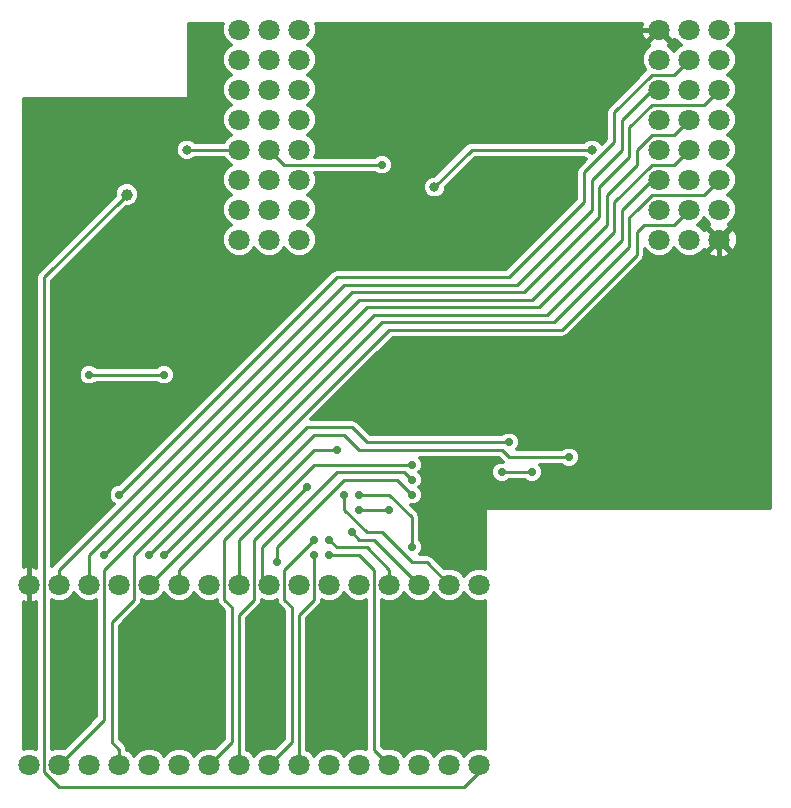
<source format=gbl>
G04 #@! TF.FileFunction,Copper,L2,Bot,Signal*
%FSLAX46Y46*%
G04 Gerber Fmt 4.6, Leading zero omitted, Abs format (unit mm)*
G04 Created by KiCad (PCBNEW 4.0.7) date 02/11/20 08:43:37*
%MOMM*%
%LPD*%
G01*
G04 APERTURE LIST*
%ADD10C,0.200000*%
%ADD11C,1.800000*%
%ADD12C,1.000000*%
%ADD13C,0.800000*%
%ADD14C,0.700000*%
%ADD15C,0.250000*%
%ADD16C,0.400000*%
%ADD17C,0.300000*%
G04 APERTURE END LIST*
D10*
D11*
X39370000Y18415000D03*
X36830000Y18415000D03*
X34290000Y18415000D03*
X31750000Y18415000D03*
X29210000Y18415000D03*
X26670000Y18415000D03*
X24130000Y18415000D03*
X21590000Y18415000D03*
X19050000Y18415000D03*
X16510000Y18415000D03*
X13970000Y18415000D03*
X11430000Y18415000D03*
X8890000Y18415000D03*
X6350000Y18415000D03*
X3810000Y18415000D03*
X1270000Y18415000D03*
X1270000Y3175000D03*
X3810000Y3175000D03*
X6350000Y3175000D03*
X8890000Y3175000D03*
X11430000Y3175000D03*
X13970000Y3175000D03*
X16510000Y3175000D03*
X19050000Y3175000D03*
X21590000Y3175000D03*
X24130000Y3175000D03*
X26670000Y3175000D03*
X29210000Y3175000D03*
X31750000Y3175000D03*
X34290000Y3175000D03*
X36830000Y3175000D03*
X39370000Y3175000D03*
X24130000Y47625000D03*
X21590000Y47625000D03*
X19050000Y47625000D03*
X24130000Y50165000D03*
X21590000Y50165000D03*
X19050000Y50165000D03*
X24130000Y52705000D03*
X21590000Y52705000D03*
X19050000Y52705000D03*
X24130000Y55245000D03*
X21590000Y55245000D03*
X19050000Y55245000D03*
X24130000Y57785000D03*
X21590000Y57785000D03*
X19050000Y57785000D03*
X24130000Y60325000D03*
X21590000Y60325000D03*
X19050000Y60325000D03*
X24130000Y62865000D03*
X21590000Y62865000D03*
X19050000Y62865000D03*
X24130000Y65405000D03*
X21590000Y65405000D03*
X19050000Y65405000D03*
X59690000Y65405000D03*
X57150000Y65405000D03*
X54610000Y65405000D03*
X59690000Y62865000D03*
X57150000Y62865000D03*
X54610000Y62865000D03*
X59690000Y60325000D03*
X57150000Y60325000D03*
X54610000Y60325000D03*
X59690000Y57785000D03*
X57150000Y57785000D03*
X54610000Y57785000D03*
X59690000Y55245000D03*
X57150000Y55245000D03*
X54610000Y55245000D03*
X59690000Y52705000D03*
X57150000Y52705000D03*
X54610000Y52705000D03*
X59690000Y50165000D03*
X57150000Y50165000D03*
X54610000Y50165000D03*
X59690000Y47625000D03*
X57150000Y47625000D03*
X54610000Y47625000D03*
D12*
X9525000Y51435000D03*
D13*
X5080000Y23495000D03*
X4445000Y26670000D03*
X6985000Y29210000D03*
X5080000Y31115000D03*
X43815000Y63500000D03*
X38100000Y64135000D03*
X29210000Y64135000D03*
X32385000Y61595000D03*
X40005000Y60325000D03*
X36830000Y57150000D03*
X60960000Y39370000D03*
X56515000Y35560000D03*
X59690000Y31750000D03*
X53340000Y31750000D03*
X49530000Y26670000D03*
X36195000Y21590000D03*
X36195000Y24765000D03*
X45720000Y26670000D03*
X40640000Y53975000D03*
X40640000Y52070000D03*
X35560000Y50165000D03*
X55880000Y41910000D03*
X50800000Y41910000D03*
X43180000Y36830000D03*
X34925000Y31750000D03*
X32385000Y36195000D03*
X33020000Y38735000D03*
X20320000Y39370000D03*
X21590000Y40640000D03*
X14605000Y36195000D03*
X10795000Y39370000D03*
X17145000Y39370000D03*
X6985000Y46355000D03*
X13970000Y58420000D03*
X10160000Y58420000D03*
X43815000Y57150000D03*
X45720000Y60325000D03*
X43815000Y52070000D03*
X46990000Y53340000D03*
X43180000Y48260000D03*
X38100000Y8255000D03*
X38100000Y12700000D03*
X25400000Y13970000D03*
X25400000Y9525000D03*
X13335000Y7620000D03*
X13335000Y15240000D03*
X17145000Y13970000D03*
X16510000Y8890000D03*
X6350000Y13970000D03*
X3810000Y13335000D03*
X9525000Y9525000D03*
X9525000Y13335000D03*
X20955000Y12700000D03*
X20955000Y8255000D03*
X33655000Y6350000D03*
X33020000Y9525000D03*
X33020000Y13970000D03*
X29210000Y14605000D03*
X28575000Y10795000D03*
X28575000Y6985000D03*
X1270000Y8255000D03*
X6350000Y8890000D03*
X3810000Y9525000D03*
X1270000Y14605000D03*
X49530000Y57785000D03*
X48895000Y63500000D03*
X17145000Y36195000D03*
X35560000Y36195000D03*
X39370000Y38735000D03*
X35560000Y38735000D03*
X48260000Y39370000D03*
X49530000Y36195000D03*
X4445000Y43815000D03*
X8890000Y46355000D03*
X37465000Y50165000D03*
X59690000Y43180000D03*
X48895000Y55245000D03*
X35560000Y52070000D03*
X14605000Y55245000D03*
D14*
X12700000Y36195000D03*
X6350000Y36195000D03*
X31115000Y53975000D03*
X27940000Y26035000D03*
X28575000Y22860000D03*
X26670000Y22225000D03*
X33655000Y27305000D03*
X33655000Y28575000D03*
X46990000Y29210000D03*
X41910000Y30480000D03*
X8890000Y26035000D03*
X7620000Y20955000D03*
X11430000Y20955000D03*
X12700000Y20955000D03*
X33655000Y26035000D03*
X22225000Y20320000D03*
X27305000Y29845000D03*
X24765000Y26670000D03*
X25400000Y22225000D03*
X25400000Y20955000D03*
X31750000Y24765000D03*
X29210000Y24765000D03*
X26670000Y20955000D03*
X29210000Y26035000D03*
X33655000Y21590000D03*
X41275000Y27940000D03*
X43815000Y27940000D03*
D15*
X2540000Y43180000D02*
X2540000Y44450000D01*
X2540000Y27305000D02*
X2540000Y43180000D01*
X2540000Y2540000D02*
X2540000Y27305000D01*
X38100000Y1270000D02*
X3810000Y1270000D01*
X38100000Y1270000D02*
X39370000Y2540000D01*
X2540000Y2540000D02*
X3810000Y1270000D01*
X2540000Y44450000D02*
X9525000Y51435000D01*
X39370000Y3175000D02*
X39370000Y2540000D01*
X5080000Y23495000D02*
X4445000Y24130000D01*
X5080000Y31115000D02*
X6985000Y29210000D01*
X4445000Y26670000D02*
X4445000Y24130000D01*
X31750000Y61595000D02*
X32385000Y61595000D01*
X43180000Y64135000D02*
X43815000Y63500000D01*
X38100000Y64135000D02*
X43180000Y64135000D01*
X36830000Y57150000D02*
X40005000Y60325000D01*
X29210000Y64135000D02*
X31750000Y61595000D01*
X57150000Y35560000D02*
X60960000Y39370000D01*
X56515000Y35560000D02*
X57150000Y35560000D01*
X53340000Y31750000D02*
X59690000Y31750000D01*
X38100000Y26670000D02*
X36195000Y24765000D01*
X45720000Y26670000D02*
X38100000Y26670000D01*
X37465000Y50165000D02*
X35560000Y50165000D01*
X48260000Y39370000D02*
X50800000Y41910000D01*
X39370000Y38735000D02*
X41275000Y36830000D01*
X41275000Y36830000D02*
X43180000Y36830000D01*
X35560000Y36195000D02*
X35560000Y32385000D01*
X35560000Y32385000D02*
X34925000Y31750000D01*
X18415000Y40640000D02*
X17145000Y39370000D01*
X18415000Y40640000D02*
X21590000Y40640000D01*
X10160000Y58420000D02*
X13970000Y58420000D01*
D16*
X1270000Y18415000D02*
X1270000Y15875000D01*
X1270000Y18415000D02*
X1270000Y20955000D01*
D15*
X40640000Y52070000D02*
X43815000Y52070000D01*
X46990000Y53340000D02*
X46990000Y52070000D01*
X46990000Y52070000D02*
X43180000Y48260000D01*
D16*
X54610000Y65405000D02*
X52070000Y65405000D01*
D15*
X33655000Y6350000D02*
X36195000Y6350000D01*
X36195000Y6350000D02*
X38100000Y8255000D01*
X25400000Y9525000D02*
X27940000Y6985000D01*
X4445000Y13970000D02*
X6350000Y13970000D01*
X25400000Y9525000D02*
X25400000Y13970000D01*
X11430000Y7620000D02*
X13335000Y7620000D01*
X13335000Y15240000D02*
X15875000Y15240000D01*
X15875000Y15240000D02*
X17145000Y13970000D01*
X9525000Y13335000D02*
X9525000Y9525000D01*
X9525000Y9525000D02*
X11430000Y7620000D01*
X20955000Y8255000D02*
X20955000Y12700000D01*
X3810000Y13335000D02*
X4445000Y13970000D01*
X33020000Y13970000D02*
X33020000Y9525000D01*
X28575000Y13970000D02*
X29210000Y14605000D01*
X28575000Y10795000D02*
X28575000Y13970000D01*
X27940000Y6985000D02*
X28575000Y6985000D01*
X3810000Y9525000D02*
X5715000Y9525000D01*
X5715000Y9525000D02*
X6350000Y8890000D01*
X1270000Y14605000D02*
X1270000Y8255000D01*
X48895000Y63500000D02*
X49530000Y62865000D01*
X49530000Y57785000D02*
X49530000Y62865000D01*
X17145000Y36830000D02*
X17145000Y36195000D01*
X17145000Y38100000D02*
X17145000Y36830000D01*
X17145000Y38100000D02*
X17145000Y39370000D01*
X35560000Y38735000D02*
X35560000Y36195000D01*
X35560000Y38735000D02*
X39370000Y38735000D01*
X48260000Y37465000D02*
X48260000Y39370000D01*
X49530000Y36195000D02*
X48260000Y37465000D01*
X6350000Y43815000D02*
X8890000Y46355000D01*
X4445000Y43815000D02*
X6350000Y43815000D01*
X38735000Y50165000D02*
X40640000Y52070000D01*
X37465000Y50165000D02*
X38735000Y50165000D01*
D16*
X59690000Y43180000D02*
X59690000Y47625000D01*
D15*
X54610000Y65405000D02*
X53975000Y65405000D01*
X41910000Y55245000D02*
X38735000Y55245000D01*
X41910000Y55245000D02*
X48895000Y55245000D01*
X38735000Y55245000D02*
X35560000Y52070000D01*
X14605000Y55245000D02*
X19050000Y55245000D01*
X6350000Y36195000D02*
X12700000Y36195000D01*
X31115000Y53975000D02*
X22860000Y53975000D01*
X22860000Y53975000D02*
X21590000Y55245000D01*
X27940000Y24765000D02*
X27940000Y26035000D01*
X33655000Y20320000D02*
X34925000Y20320000D01*
X36830000Y18415000D02*
X34925000Y20320000D01*
X29845000Y22860000D02*
X31115000Y22860000D01*
X27940000Y24765000D02*
X29845000Y22860000D01*
X31115000Y22860000D02*
X33655000Y20320000D01*
X30480000Y22225000D02*
X34290000Y18415000D01*
X29210000Y22225000D02*
X30480000Y22225000D01*
X28575000Y22860000D02*
X29210000Y22225000D01*
X28575000Y21590000D02*
X29845000Y21590000D01*
X31750000Y18415000D02*
X31750000Y19685000D01*
X27305000Y21590000D02*
X28575000Y21590000D01*
X26670000Y22225000D02*
X27305000Y21590000D01*
X29845000Y21590000D02*
X31750000Y19685000D01*
X26035000Y26670000D02*
X27305000Y27940000D01*
X20955000Y21590000D02*
X26035000Y26670000D01*
X20955000Y19050000D02*
X20955000Y20955000D01*
X20955000Y20955000D02*
X20955000Y21590000D01*
X27305000Y27940000D02*
X27940000Y27940000D01*
X27940000Y27940000D02*
X27940000Y27940000D01*
X27940000Y27940000D02*
X33020000Y27940000D01*
X33020000Y27940000D02*
X33655000Y27305000D01*
X20955000Y19050000D02*
X21590000Y18415000D01*
X19050000Y21590000D02*
X19050000Y22225000D01*
X19050000Y18415000D02*
X19050000Y19685000D01*
X19050000Y19685000D02*
X19050000Y21590000D01*
X19050000Y22225000D02*
X23495000Y26670000D01*
X25400000Y28575000D02*
X31750000Y28575000D01*
X23495000Y26670000D02*
X24765000Y27940000D01*
X23495000Y26670000D02*
X23495000Y26670000D01*
X24765000Y27940000D02*
X25400000Y28575000D01*
X33655000Y28575000D02*
X31750000Y28575000D01*
X34290000Y29845000D02*
X41275000Y29845000D01*
X27940000Y31115000D02*
X29210000Y29845000D01*
X41910000Y29210000D02*
X46990000Y29210000D01*
X34290000Y29845000D02*
X29210000Y29845000D01*
X41275000Y29845000D02*
X41910000Y29210000D01*
X27305000Y31115000D02*
X27940000Y31115000D01*
X27940000Y31115000D02*
X25400000Y31115000D01*
X25400000Y31115000D02*
X13970000Y19685000D01*
X13970000Y18415000D02*
X13970000Y19685000D01*
X33655000Y30480000D02*
X34925000Y30480000D01*
X41910000Y30480000D02*
X34925000Y30480000D01*
X28575000Y31750000D02*
X29845000Y30480000D01*
X29845000Y30480000D02*
X33655000Y30480000D01*
X13335000Y20320000D02*
X11430000Y18415000D01*
X24765000Y31750000D02*
X13335000Y20320000D01*
X25400000Y31750000D02*
X24765000Y31750000D01*
X25400000Y31750000D02*
X28575000Y31750000D01*
X35560000Y44450000D02*
X41910000Y44450000D01*
X55880000Y61595000D02*
X57150000Y62865000D01*
X20955000Y38100000D02*
X9525000Y26670000D01*
X27305000Y44450000D02*
X20955000Y38100000D01*
X35560000Y44450000D02*
X27305000Y44450000D01*
X9525000Y26670000D02*
X8890000Y26035000D01*
X53975000Y61595000D02*
X55880000Y61595000D01*
X50800000Y58420000D02*
X53975000Y61595000D01*
X50800000Y55880000D02*
X50800000Y58420000D01*
X48260000Y53340000D02*
X50800000Y55880000D01*
X48260000Y50800000D02*
X48260000Y53340000D01*
X41910000Y44450000D02*
X48260000Y50800000D01*
X36830000Y43180000D02*
X43180000Y43180000D01*
X6350000Y18415000D02*
X6350000Y20955000D01*
X58420000Y59055000D02*
X59690000Y60325000D01*
X58420000Y59055000D02*
X55245000Y59055000D01*
X23495000Y38100000D02*
X9525000Y24130000D01*
X28575000Y43180000D02*
X23495000Y38100000D01*
X36830000Y43180000D02*
X28575000Y43180000D01*
X9525000Y24130000D02*
X6350000Y20955000D01*
X53975000Y59055000D02*
X55245000Y59055000D01*
X52070000Y57150000D02*
X53975000Y59055000D01*
X52070000Y54610000D02*
X52070000Y57150000D01*
X49530000Y52070000D02*
X52070000Y54610000D01*
X49530000Y49530000D02*
X49530000Y52070000D01*
X43180000Y43180000D02*
X49530000Y49530000D01*
X36195000Y43815000D02*
X42545000Y43815000D01*
X3810000Y19685000D02*
X8890000Y24765000D01*
X13335000Y29210000D02*
X8890000Y24765000D01*
X22860000Y38735000D02*
X13335000Y29210000D01*
X27940000Y43815000D02*
X22860000Y38735000D01*
X36195000Y43815000D02*
X27940000Y43815000D01*
X3810000Y18415000D02*
X3810000Y19685000D01*
X51435000Y57785000D02*
X53975000Y60325000D01*
X51435000Y55245000D02*
X51435000Y57785000D01*
X48895000Y52705000D02*
X51435000Y55245000D01*
X48895000Y50165000D02*
X48895000Y52705000D01*
X42545000Y43815000D02*
X48895000Y50165000D01*
X53975000Y60325000D02*
X54610000Y60325000D01*
X53975000Y56515000D02*
X55880000Y56515000D01*
X37465000Y42545000D02*
X43815000Y42545000D01*
X16510000Y29845000D02*
X10160000Y23495000D01*
X23495000Y36830000D02*
X16510000Y29845000D01*
X29210000Y42545000D02*
X23495000Y36830000D01*
X37465000Y42545000D02*
X29210000Y42545000D01*
X10160000Y23495000D02*
X7620000Y20955000D01*
X52705000Y53975000D02*
X52705000Y55245000D01*
X50165000Y51435000D02*
X52705000Y53975000D01*
X50165000Y48895000D02*
X50165000Y51435000D01*
X43815000Y42545000D02*
X50165000Y48895000D01*
X57150000Y57785000D02*
X55880000Y56515000D01*
X52705000Y55245000D02*
X53975000Y56515000D01*
X7620000Y6985000D02*
X3810000Y3175000D01*
X7620000Y15875000D02*
X7620000Y17145000D01*
X50800000Y50800000D02*
X53975000Y53975000D01*
X57150000Y55245000D02*
X55880000Y53975000D01*
X44450000Y41910000D02*
X50800000Y48260000D01*
X50800000Y48260000D02*
X50800000Y50800000D01*
X10795000Y22860000D02*
X7620000Y19685000D01*
X38100000Y41910000D02*
X29845000Y41910000D01*
X29845000Y41910000D02*
X22860000Y34925000D01*
X22860000Y34925000D02*
X10795000Y22860000D01*
X7620000Y19685000D02*
X7620000Y17145000D01*
X38100000Y41910000D02*
X44450000Y41910000D01*
X53975000Y53975000D02*
X55880000Y53975000D01*
X7620000Y15875000D02*
X7620000Y6985000D01*
X7620000Y6985000D02*
X7620000Y6985000D01*
X52070000Y49530000D02*
X52705000Y50165000D01*
X59690000Y52705000D02*
X58420000Y51435000D01*
X45720000Y40640000D02*
X52070000Y46990000D01*
X52070000Y46990000D02*
X52070000Y48260000D01*
X12065000Y21590000D02*
X11430000Y20955000D01*
X31750000Y40640000D02*
X31115000Y40640000D01*
X39370000Y40640000D02*
X31750000Y40640000D01*
X31115000Y40640000D02*
X14605000Y24130000D01*
X12065000Y21590000D02*
X14605000Y24130000D01*
X39370000Y40640000D02*
X45720000Y40640000D01*
X53975000Y51435000D02*
X58420000Y51435000D01*
X52705000Y50165000D02*
X53975000Y51435000D01*
X52070000Y48260000D02*
X52070000Y49530000D01*
X8890000Y15875000D02*
X8255000Y15240000D01*
X8890000Y15875000D02*
X10160000Y17145000D01*
X10160000Y20955000D02*
X10160000Y17145000D01*
X45085000Y41275000D02*
X51435000Y47625000D01*
X51435000Y47625000D02*
X51435000Y50165000D01*
X53975000Y52705000D02*
X51435000Y50165000D01*
X11430000Y22225000D02*
X10160000Y20955000D01*
X38735000Y41275000D02*
X30480000Y41275000D01*
X30480000Y41275000D02*
X21590000Y32385000D01*
X21590000Y32385000D02*
X11430000Y22225000D01*
X38735000Y41275000D02*
X45085000Y41275000D01*
X8890000Y4445000D02*
X8890000Y3175000D01*
X8255000Y5080000D02*
X8890000Y4445000D01*
X8255000Y15240000D02*
X8255000Y5080000D01*
X53975000Y52705000D02*
X54610000Y52705000D01*
X52705000Y47625000D02*
X52705000Y48260000D01*
X53975000Y48895000D02*
X55880000Y48895000D01*
X40005000Y40005000D02*
X46355000Y40005000D01*
X38735000Y40005000D02*
X40005000Y40005000D01*
X12700000Y20955000D02*
X23494301Y31749301D01*
X31751398Y40005000D02*
X23495699Y31749301D01*
X38735000Y40005000D02*
X31751398Y40005000D01*
X23495699Y31749301D02*
X23494301Y31749301D01*
X52705000Y46355000D02*
X52705000Y47625000D01*
X46355000Y40005000D02*
X52705000Y46355000D01*
X55880000Y48895000D02*
X57150000Y50165000D01*
X53340000Y48895000D02*
X53975000Y48895000D01*
X52705000Y48260000D02*
X53340000Y48895000D01*
X27305000Y26670000D02*
X27940000Y27305000D01*
X32385000Y27305000D02*
X33655000Y26035000D01*
X22225000Y21590000D02*
X27305000Y26670000D01*
X22225000Y20320000D02*
X22225000Y21590000D01*
X27940000Y27305000D02*
X32385000Y27305000D01*
X18415000Y6985000D02*
X18415000Y5080000D01*
X18415000Y16510000D02*
X18415000Y6985000D01*
X17780000Y22225000D02*
X17780000Y21590000D01*
X17780000Y19685000D02*
X17780000Y20320000D01*
X17780000Y21590000D02*
X17780000Y20955000D01*
X17780000Y20320000D02*
X17780000Y20955000D01*
X24765000Y29210000D02*
X25400000Y29845000D01*
X22860000Y27305000D02*
X24130000Y28575000D01*
X24130000Y28575000D02*
X24765000Y29210000D01*
X25400000Y29845000D02*
X27305000Y29845000D01*
X22860000Y27305000D02*
X17780000Y22225000D01*
X17780000Y17145000D02*
X17780000Y19685000D01*
X17780000Y17145000D02*
X18415000Y16510000D01*
X18415000Y5080000D02*
X16510000Y3175000D01*
X19050000Y3175000D02*
X19050000Y15875000D01*
X20320000Y22225000D02*
X24765000Y26670000D01*
X20320000Y19685000D02*
X20320000Y21590000D01*
X20320000Y21590000D02*
X20320000Y22225000D01*
X20320000Y17145000D02*
X20320000Y19685000D01*
X19050000Y15875000D02*
X20320000Y17145000D01*
X22860000Y17145000D02*
X23495000Y16510000D01*
X25400000Y22225000D02*
X22860000Y19685000D01*
X22860000Y19685000D02*
X22860000Y17145000D01*
X23495000Y5080000D02*
X23495000Y15240000D01*
X23495000Y5080000D02*
X21590000Y3175000D01*
X23495000Y16510000D02*
X23495000Y15240000D01*
X25400000Y20955000D02*
X25400000Y17145000D01*
X24130000Y15875000D02*
X24130000Y3175000D01*
X25400000Y17145000D02*
X24130000Y15875000D01*
X29210000Y24765000D02*
X31750000Y24765000D01*
X30480000Y4445000D02*
X31750000Y3175000D01*
X30480000Y19685000D02*
X30480000Y4445000D01*
X29210000Y20955000D02*
X30480000Y19685000D01*
X26670000Y20955000D02*
X29210000Y20955000D01*
X33655000Y22860000D02*
X33655000Y21590000D01*
X29210000Y26035000D02*
X31750000Y26035000D01*
X31750000Y26035000D02*
X33655000Y24130000D01*
X33655000Y24130000D02*
X33655000Y22860000D01*
X41275000Y27940000D02*
X43815000Y27940000D01*
D17*
G36*
X21300312Y16965252D02*
X21877157Y16964749D01*
X22194751Y17095976D01*
X22236381Y16886688D01*
X22382703Y16667703D01*
X22820000Y16230406D01*
X22820000Y5359594D01*
X22024869Y4564463D01*
X21879688Y4624748D01*
X21302843Y4625251D01*
X20769714Y4404967D01*
X20361467Y3997431D01*
X20320172Y3897982D01*
X20279967Y3995286D01*
X19872431Y4403533D01*
X19725000Y4464752D01*
X19725000Y15595406D01*
X20797297Y16667703D01*
X20943619Y16886688D01*
X20985267Y17096070D01*
X21300312Y16965252D01*
X21300312Y16965252D01*
G37*
X21300312Y16965252D02*
X21877157Y16964749D01*
X22194751Y17095976D01*
X22236381Y16886688D01*
X22382703Y16667703D01*
X22820000Y16230406D01*
X22820000Y5359594D01*
X22024869Y4564463D01*
X21879688Y4624748D01*
X21302843Y4625251D01*
X20769714Y4404967D01*
X20361467Y3997431D01*
X20320172Y3897982D01*
X20279967Y3995286D01*
X19872431Y4403533D01*
X19725000Y4464752D01*
X19725000Y15595406D01*
X20797297Y16667703D01*
X20943619Y16886688D01*
X20985267Y17096070D01*
X21300312Y16965252D01*
G36*
X38140033Y17594714D02*
X38547569Y17186467D01*
X39080312Y16965252D01*
X39657157Y16964749D01*
X39855000Y17046496D01*
X39855000Y4543647D01*
X39659688Y4624748D01*
X39082843Y4625251D01*
X38549714Y4404967D01*
X38141467Y3997431D01*
X38100172Y3897982D01*
X38059967Y3995286D01*
X37652431Y4403533D01*
X37119688Y4624748D01*
X36542843Y4625251D01*
X36009714Y4404967D01*
X35601467Y3997431D01*
X35560172Y3897982D01*
X35519967Y3995286D01*
X35112431Y4403533D01*
X34579688Y4624748D01*
X34002843Y4625251D01*
X33469714Y4404967D01*
X33061467Y3997431D01*
X33020172Y3897982D01*
X32979967Y3995286D01*
X32572431Y4403533D01*
X32039688Y4624748D01*
X31462843Y4625251D01*
X31315305Y4564289D01*
X31155000Y4724594D01*
X31155000Y17092029D01*
X31460312Y16965252D01*
X32037157Y16964749D01*
X32570286Y17185033D01*
X32978533Y17592569D01*
X33019828Y17692018D01*
X33060033Y17594714D01*
X33467569Y17186467D01*
X34000312Y16965252D01*
X34577157Y16964749D01*
X35110286Y17185033D01*
X35518533Y17592569D01*
X35559828Y17692018D01*
X35600033Y17594714D01*
X36007569Y17186467D01*
X36540312Y16965252D01*
X37117157Y16964749D01*
X37650286Y17185033D01*
X38058533Y17592569D01*
X38099828Y17692018D01*
X38140033Y17594714D01*
X38140033Y17594714D01*
G37*
X38140033Y17594714D02*
X38547569Y17186467D01*
X39080312Y16965252D01*
X39657157Y16964749D01*
X39855000Y17046496D01*
X39855000Y4543647D01*
X39659688Y4624748D01*
X39082843Y4625251D01*
X38549714Y4404967D01*
X38141467Y3997431D01*
X38100172Y3897982D01*
X38059967Y3995286D01*
X37652431Y4403533D01*
X37119688Y4624748D01*
X36542843Y4625251D01*
X36009714Y4404967D01*
X35601467Y3997431D01*
X35560172Y3897982D01*
X35519967Y3995286D01*
X35112431Y4403533D01*
X34579688Y4624748D01*
X34002843Y4625251D01*
X33469714Y4404967D01*
X33061467Y3997431D01*
X33020172Y3897982D01*
X32979967Y3995286D01*
X32572431Y4403533D01*
X32039688Y4624748D01*
X31462843Y4625251D01*
X31315305Y4564289D01*
X31155000Y4724594D01*
X31155000Y17092029D01*
X31460312Y16965252D01*
X32037157Y16964749D01*
X32570286Y17185033D01*
X32978533Y17592569D01*
X33019828Y17692018D01*
X33060033Y17594714D01*
X33467569Y17186467D01*
X34000312Y16965252D01*
X34577157Y16964749D01*
X35110286Y17185033D01*
X35518533Y17592569D01*
X35559828Y17692018D01*
X35600033Y17594714D01*
X36007569Y17186467D01*
X36540312Y16965252D01*
X37117157Y16964749D01*
X37650286Y17185033D01*
X38058533Y17592569D01*
X38099828Y17692018D01*
X38140033Y17594714D01*
G36*
X27980033Y17594714D02*
X28387569Y17186467D01*
X28920312Y16965252D01*
X29497157Y16964749D01*
X29805000Y17091947D01*
X29805000Y4497971D01*
X29499688Y4624748D01*
X28922843Y4625251D01*
X28389714Y4404967D01*
X27981467Y3997431D01*
X27940172Y3897982D01*
X27899967Y3995286D01*
X27492431Y4403533D01*
X26959688Y4624748D01*
X26382843Y4625251D01*
X25849714Y4404967D01*
X25441467Y3997431D01*
X25400172Y3897982D01*
X25359967Y3995286D01*
X24952431Y4403533D01*
X24805000Y4464752D01*
X24805000Y15595406D01*
X25877297Y16667703D01*
X26023619Y16886688D01*
X26065267Y17096070D01*
X26380312Y16965252D01*
X26957157Y16964749D01*
X27490286Y17185033D01*
X27898533Y17592569D01*
X27939828Y17692018D01*
X27980033Y17594714D01*
X27980033Y17594714D01*
G37*
X27980033Y17594714D02*
X28387569Y17186467D01*
X28920312Y16965252D01*
X29497157Y16964749D01*
X29805000Y17091947D01*
X29805000Y4497971D01*
X29499688Y4624748D01*
X28922843Y4625251D01*
X28389714Y4404967D01*
X27981467Y3997431D01*
X27940172Y3897982D01*
X27899967Y3995286D01*
X27492431Y4403533D01*
X26959688Y4624748D01*
X26382843Y4625251D01*
X25849714Y4404967D01*
X25441467Y3997431D01*
X25400172Y3897982D01*
X25359967Y3995286D01*
X24952431Y4403533D01*
X24805000Y4464752D01*
X24805000Y15595406D01*
X25877297Y16667703D01*
X26023619Y16886688D01*
X26065267Y17096070D01*
X26380312Y16965252D01*
X26957157Y16964749D01*
X27490286Y17185033D01*
X27898533Y17592569D01*
X27939828Y17692018D01*
X27980033Y17594714D01*
G36*
X15280033Y17594714D02*
X15687569Y17186467D01*
X16220312Y16965252D01*
X16797157Y16964749D01*
X17114751Y17095976D01*
X17156381Y16886688D01*
X17302703Y16667703D01*
X17740000Y16230406D01*
X17740000Y5359594D01*
X16944869Y4564463D01*
X16799688Y4624748D01*
X16222843Y4625251D01*
X15689714Y4404967D01*
X15281467Y3997431D01*
X15240172Y3897982D01*
X15199967Y3995286D01*
X14792431Y4403533D01*
X14259688Y4624748D01*
X13682843Y4625251D01*
X13149714Y4404967D01*
X12741467Y3997431D01*
X12700172Y3897982D01*
X12659967Y3995286D01*
X12252431Y4403533D01*
X11719688Y4624748D01*
X11142843Y4625251D01*
X10609714Y4404967D01*
X10201467Y3997431D01*
X10160172Y3897982D01*
X10119967Y3995286D01*
X9712431Y4403533D01*
X9560717Y4466530D01*
X9513619Y4703311D01*
X9367297Y4922297D01*
X8930000Y5359594D01*
X8930000Y14960406D01*
X10637297Y16667703D01*
X10783619Y16886688D01*
X10825267Y17096070D01*
X11140312Y16965252D01*
X11717157Y16964749D01*
X12250286Y17185033D01*
X12658533Y17592569D01*
X12699828Y17692018D01*
X12740033Y17594714D01*
X13147569Y17186467D01*
X13680312Y16965252D01*
X14257157Y16964749D01*
X14790286Y17185033D01*
X15198533Y17592569D01*
X15239828Y17692018D01*
X15280033Y17594714D01*
X15280033Y17594714D01*
G37*
X15280033Y17594714D02*
X15687569Y17186467D01*
X16220312Y16965252D01*
X16797157Y16964749D01*
X17114751Y17095976D01*
X17156381Y16886688D01*
X17302703Y16667703D01*
X17740000Y16230406D01*
X17740000Y5359594D01*
X16944869Y4564463D01*
X16799688Y4624748D01*
X16222843Y4625251D01*
X15689714Y4404967D01*
X15281467Y3997431D01*
X15240172Y3897982D01*
X15199967Y3995286D01*
X14792431Y4403533D01*
X14259688Y4624748D01*
X13682843Y4625251D01*
X13149714Y4404967D01*
X12741467Y3997431D01*
X12700172Y3897982D01*
X12659967Y3995286D01*
X12252431Y4403533D01*
X11719688Y4624748D01*
X11142843Y4625251D01*
X10609714Y4404967D01*
X10201467Y3997431D01*
X10160172Y3897982D01*
X10119967Y3995286D01*
X9712431Y4403533D01*
X9560717Y4466530D01*
X9513619Y4703311D01*
X9367297Y4922297D01*
X8930000Y5359594D01*
X8930000Y14960406D01*
X10637297Y16667703D01*
X10783619Y16886688D01*
X10825267Y17096070D01*
X11140312Y16965252D01*
X11717157Y16964749D01*
X12250286Y17185033D01*
X12658533Y17592569D01*
X12699828Y17692018D01*
X12740033Y17594714D01*
X13147569Y17186467D01*
X13680312Y16965252D01*
X14257157Y16964749D01*
X14790286Y17185033D01*
X15198533Y17592569D01*
X15239828Y17692018D01*
X15280033Y17594714D01*
G36*
X1865000Y4497971D02*
X1559688Y4624748D01*
X982843Y4625251D01*
X785000Y4543504D01*
X785000Y16932336D01*
X1001089Y16849403D01*
X1620686Y16865669D01*
X1865000Y16966868D01*
X1865000Y4497971D01*
X1865000Y4497971D01*
G37*
X1865000Y4497971D02*
X1559688Y4624748D01*
X982843Y4625251D01*
X785000Y4543504D01*
X785000Y16932336D01*
X1001089Y16849403D01*
X1620686Y16865669D01*
X1865000Y16966868D01*
X1865000Y4497971D01*
G36*
X5120033Y17594714D02*
X5527569Y17186467D01*
X6060312Y16965252D01*
X6637157Y16964749D01*
X6945000Y17091947D01*
X6945000Y7264594D01*
X4244869Y4564463D01*
X4099688Y4624748D01*
X3522843Y4625251D01*
X3215000Y4498053D01*
X3215000Y17092029D01*
X3520312Y16965252D01*
X4097157Y16964749D01*
X4630286Y17185033D01*
X5038533Y17592569D01*
X5079828Y17692018D01*
X5120033Y17594714D01*
X5120033Y17594714D01*
G37*
X5120033Y17594714D02*
X5527569Y17186467D01*
X6060312Y16965252D01*
X6637157Y16964749D01*
X6945000Y17091947D01*
X6945000Y7264594D01*
X4244869Y4564463D01*
X4099688Y4624748D01*
X3522843Y4625251D01*
X3215000Y4498053D01*
X3215000Y17092029D01*
X3520312Y16965252D01*
X4097157Y16964749D01*
X4630286Y17185033D01*
X5038533Y17592569D01*
X5079828Y17692018D01*
X5120033Y17594714D01*
G36*
X1431221Y18429142D02*
X1417078Y18415000D01*
X1431221Y18400857D01*
X1284143Y18253779D01*
X1270000Y18267922D01*
X1255858Y18253779D01*
X1108780Y18400857D01*
X1122922Y18415000D01*
X1108780Y18429142D01*
X1255858Y18576220D01*
X1270000Y18562078D01*
X1284143Y18576220D01*
X1431221Y18429142D01*
X1431221Y18429142D01*
G37*
X1431221Y18429142D02*
X1417078Y18415000D01*
X1431221Y18400857D01*
X1284143Y18253779D01*
X1270000Y18267922D01*
X1255858Y18253779D01*
X1108780Y18400857D01*
X1122922Y18415000D01*
X1108780Y18429142D01*
X1255858Y18576220D01*
X1270000Y18562078D01*
X1284143Y18576220D01*
X1431221Y18429142D01*
G36*
X63985000Y24915000D02*
X40005000Y24915000D01*
X39946642Y24903182D01*
X39897479Y24869591D01*
X39865258Y24819519D01*
X39855000Y24765000D01*
X39855000Y19783647D01*
X39659688Y19864748D01*
X39082843Y19865251D01*
X38549714Y19644967D01*
X38141467Y19237431D01*
X38100172Y19137982D01*
X38059967Y19235286D01*
X37652431Y19643533D01*
X37119688Y19864748D01*
X36542843Y19865251D01*
X36395305Y19804289D01*
X35402297Y20797297D01*
X35183312Y20943619D01*
X34925000Y20995000D01*
X34332865Y20995000D01*
X34417538Y21079525D01*
X34554843Y21410194D01*
X34555156Y21768236D01*
X34418428Y22099143D01*
X34330000Y22187726D01*
X34330000Y24130000D01*
X34278619Y24388311D01*
X34278619Y24388312D01*
X34132297Y24607297D01*
X33604550Y25135044D01*
X33833236Y25134844D01*
X34164143Y25271572D01*
X34417538Y25524525D01*
X34554843Y25855194D01*
X34555156Y26213236D01*
X34418428Y26544143D01*
X34292793Y26669998D01*
X34417538Y26794525D01*
X34554843Y27125194D01*
X34555156Y27483236D01*
X34418428Y27814143D01*
X34292793Y27939998D01*
X34417538Y28064525D01*
X34554843Y28395194D01*
X34555156Y28753236D01*
X34418428Y29084143D01*
X34332721Y29170000D01*
X40995406Y29170000D01*
X41325450Y28839956D01*
X41096764Y28840156D01*
X40765857Y28703428D01*
X40512462Y28450475D01*
X40375157Y28119806D01*
X40374844Y27761764D01*
X40511572Y27430857D01*
X40764525Y27177462D01*
X41095194Y27040157D01*
X41453236Y27039844D01*
X41784143Y27176572D01*
X41872726Y27265000D01*
X43217140Y27265000D01*
X43304525Y27177462D01*
X43635194Y27040157D01*
X43993236Y27039844D01*
X44324143Y27176572D01*
X44577538Y27429525D01*
X44714843Y27760194D01*
X44715156Y28118236D01*
X44578428Y28449143D01*
X44492721Y28535000D01*
X46392140Y28535000D01*
X46479525Y28447462D01*
X46810194Y28310157D01*
X47168236Y28309844D01*
X47499143Y28446572D01*
X47752538Y28699525D01*
X47889843Y29030194D01*
X47890156Y29388236D01*
X47753428Y29719143D01*
X47500475Y29972538D01*
X47169806Y30109843D01*
X46811764Y30110156D01*
X46480857Y29973428D01*
X46392274Y29885000D01*
X42587865Y29885000D01*
X42672538Y29969525D01*
X42809843Y30300194D01*
X42810156Y30658236D01*
X42673428Y30989143D01*
X42420475Y31242538D01*
X42089806Y31379843D01*
X41731764Y31380156D01*
X41400857Y31243428D01*
X41312274Y31155000D01*
X30124594Y31155000D01*
X29052297Y32227297D01*
X28833312Y32373619D01*
X28575000Y32425000D01*
X25125992Y32425000D01*
X32030992Y39330000D01*
X46355000Y39330000D01*
X46613312Y39381381D01*
X46832297Y39527703D01*
X53182297Y45877703D01*
X53328619Y46096688D01*
X53380000Y46355000D01*
X53380000Y46804794D01*
X53380033Y46804714D01*
X53787569Y46396467D01*
X54320312Y46175252D01*
X54897157Y46174749D01*
X55430286Y46395033D01*
X55838533Y46802569D01*
X55879828Y46902018D01*
X55920033Y46804714D01*
X56327569Y46396467D01*
X56860312Y46175252D01*
X57437157Y46174749D01*
X57970286Y46395033D01*
X58122732Y46547214D01*
X58759292Y46547214D01*
X58842431Y46281486D01*
X59421089Y46059403D01*
X60040686Y46075669D01*
X60537569Y46281486D01*
X60620708Y46547214D01*
X59690000Y47477922D01*
X58759292Y46547214D01*
X58122732Y46547214D01*
X58351713Y46775796D01*
X58612214Y46694292D01*
X59542922Y47625000D01*
X59837078Y47625000D01*
X60767786Y46694292D01*
X61033514Y46777431D01*
X61255597Y47356089D01*
X61239331Y47975686D01*
X61033514Y48472569D01*
X60767786Y48555708D01*
X59837078Y47625000D01*
X59542922Y47625000D01*
X58612214Y48555708D01*
X58351245Y48474058D01*
X57972431Y48853533D01*
X57872982Y48894828D01*
X57970286Y48935033D01*
X58378533Y49342569D01*
X58419828Y49442018D01*
X58460033Y49344714D01*
X58840796Y48963287D01*
X58759292Y48702786D01*
X59690000Y47772078D01*
X60620708Y48702786D01*
X60539058Y48963755D01*
X60918533Y49342569D01*
X61139748Y49875312D01*
X61140251Y50452157D01*
X60919967Y50985286D01*
X60512431Y51393533D01*
X60412982Y51434828D01*
X60510286Y51475033D01*
X60918533Y51882569D01*
X61139748Y52415312D01*
X61140251Y52992157D01*
X60919967Y53525286D01*
X60512431Y53933533D01*
X60412982Y53974828D01*
X60510286Y54015033D01*
X60918533Y54422569D01*
X61139748Y54955312D01*
X61140251Y55532157D01*
X60919967Y56065286D01*
X60512431Y56473533D01*
X60412982Y56514828D01*
X60510286Y56555033D01*
X60918533Y56962569D01*
X61139748Y57495312D01*
X61140251Y58072157D01*
X60919967Y58605286D01*
X60512431Y59013533D01*
X60412982Y59054828D01*
X60510286Y59095033D01*
X60918533Y59502569D01*
X61139748Y60035312D01*
X61140251Y60612157D01*
X60919967Y61145286D01*
X60512431Y61553533D01*
X60412982Y61594828D01*
X60510286Y61635033D01*
X60918533Y62042569D01*
X61139748Y62575312D01*
X61140251Y63152157D01*
X60919967Y63685286D01*
X60512431Y64093533D01*
X60412982Y64134828D01*
X60510286Y64175033D01*
X60918533Y64582569D01*
X61139748Y65115312D01*
X61140251Y65692157D01*
X61058504Y65890000D01*
X63985000Y65890000D01*
X63985000Y24915000D01*
X63985000Y24915000D01*
G37*
X63985000Y24915000D02*
X40005000Y24915000D01*
X39946642Y24903182D01*
X39897479Y24869591D01*
X39865258Y24819519D01*
X39855000Y24765000D01*
X39855000Y19783647D01*
X39659688Y19864748D01*
X39082843Y19865251D01*
X38549714Y19644967D01*
X38141467Y19237431D01*
X38100172Y19137982D01*
X38059967Y19235286D01*
X37652431Y19643533D01*
X37119688Y19864748D01*
X36542843Y19865251D01*
X36395305Y19804289D01*
X35402297Y20797297D01*
X35183312Y20943619D01*
X34925000Y20995000D01*
X34332865Y20995000D01*
X34417538Y21079525D01*
X34554843Y21410194D01*
X34555156Y21768236D01*
X34418428Y22099143D01*
X34330000Y22187726D01*
X34330000Y24130000D01*
X34278619Y24388311D01*
X34278619Y24388312D01*
X34132297Y24607297D01*
X33604550Y25135044D01*
X33833236Y25134844D01*
X34164143Y25271572D01*
X34417538Y25524525D01*
X34554843Y25855194D01*
X34555156Y26213236D01*
X34418428Y26544143D01*
X34292793Y26669998D01*
X34417538Y26794525D01*
X34554843Y27125194D01*
X34555156Y27483236D01*
X34418428Y27814143D01*
X34292793Y27939998D01*
X34417538Y28064525D01*
X34554843Y28395194D01*
X34555156Y28753236D01*
X34418428Y29084143D01*
X34332721Y29170000D01*
X40995406Y29170000D01*
X41325450Y28839956D01*
X41096764Y28840156D01*
X40765857Y28703428D01*
X40512462Y28450475D01*
X40375157Y28119806D01*
X40374844Y27761764D01*
X40511572Y27430857D01*
X40764525Y27177462D01*
X41095194Y27040157D01*
X41453236Y27039844D01*
X41784143Y27176572D01*
X41872726Y27265000D01*
X43217140Y27265000D01*
X43304525Y27177462D01*
X43635194Y27040157D01*
X43993236Y27039844D01*
X44324143Y27176572D01*
X44577538Y27429525D01*
X44714843Y27760194D01*
X44715156Y28118236D01*
X44578428Y28449143D01*
X44492721Y28535000D01*
X46392140Y28535000D01*
X46479525Y28447462D01*
X46810194Y28310157D01*
X47168236Y28309844D01*
X47499143Y28446572D01*
X47752538Y28699525D01*
X47889843Y29030194D01*
X47890156Y29388236D01*
X47753428Y29719143D01*
X47500475Y29972538D01*
X47169806Y30109843D01*
X46811764Y30110156D01*
X46480857Y29973428D01*
X46392274Y29885000D01*
X42587865Y29885000D01*
X42672538Y29969525D01*
X42809843Y30300194D01*
X42810156Y30658236D01*
X42673428Y30989143D01*
X42420475Y31242538D01*
X42089806Y31379843D01*
X41731764Y31380156D01*
X41400857Y31243428D01*
X41312274Y31155000D01*
X30124594Y31155000D01*
X29052297Y32227297D01*
X28833312Y32373619D01*
X28575000Y32425000D01*
X25125992Y32425000D01*
X32030992Y39330000D01*
X46355000Y39330000D01*
X46613312Y39381381D01*
X46832297Y39527703D01*
X53182297Y45877703D01*
X53328619Y46096688D01*
X53380000Y46355000D01*
X53380000Y46804794D01*
X53380033Y46804714D01*
X53787569Y46396467D01*
X54320312Y46175252D01*
X54897157Y46174749D01*
X55430286Y46395033D01*
X55838533Y46802569D01*
X55879828Y46902018D01*
X55920033Y46804714D01*
X56327569Y46396467D01*
X56860312Y46175252D01*
X57437157Y46174749D01*
X57970286Y46395033D01*
X58122732Y46547214D01*
X58759292Y46547214D01*
X58842431Y46281486D01*
X59421089Y46059403D01*
X60040686Y46075669D01*
X60537569Y46281486D01*
X60620708Y46547214D01*
X59690000Y47477922D01*
X58759292Y46547214D01*
X58122732Y46547214D01*
X58351713Y46775796D01*
X58612214Y46694292D01*
X59542922Y47625000D01*
X59837078Y47625000D01*
X60767786Y46694292D01*
X61033514Y46777431D01*
X61255597Y47356089D01*
X61239331Y47975686D01*
X61033514Y48472569D01*
X60767786Y48555708D01*
X59837078Y47625000D01*
X59542922Y47625000D01*
X58612214Y48555708D01*
X58351245Y48474058D01*
X57972431Y48853533D01*
X57872982Y48894828D01*
X57970286Y48935033D01*
X58378533Y49342569D01*
X58419828Y49442018D01*
X58460033Y49344714D01*
X58840796Y48963287D01*
X58759292Y48702786D01*
X59690000Y47772078D01*
X60620708Y48702786D01*
X60539058Y48963755D01*
X60918533Y49342569D01*
X61139748Y49875312D01*
X61140251Y50452157D01*
X60919967Y50985286D01*
X60512431Y51393533D01*
X60412982Y51434828D01*
X60510286Y51475033D01*
X60918533Y51882569D01*
X61139748Y52415312D01*
X61140251Y52992157D01*
X60919967Y53525286D01*
X60512431Y53933533D01*
X60412982Y53974828D01*
X60510286Y54015033D01*
X60918533Y54422569D01*
X61139748Y54955312D01*
X61140251Y55532157D01*
X60919967Y56065286D01*
X60512431Y56473533D01*
X60412982Y56514828D01*
X60510286Y56555033D01*
X60918533Y56962569D01*
X61139748Y57495312D01*
X61140251Y58072157D01*
X60919967Y58605286D01*
X60512431Y59013533D01*
X60412982Y59054828D01*
X60510286Y59095033D01*
X60918533Y59502569D01*
X61139748Y60035312D01*
X61140251Y60612157D01*
X60919967Y61145286D01*
X60512431Y61553533D01*
X60412982Y61594828D01*
X60510286Y61635033D01*
X60918533Y62042569D01*
X61139748Y62575312D01*
X61140251Y63152157D01*
X60919967Y63685286D01*
X60512431Y64093533D01*
X60412982Y64134828D01*
X60510286Y64175033D01*
X60918533Y64582569D01*
X61139748Y65115312D01*
X61140251Y65692157D01*
X61058504Y65890000D01*
X63985000Y65890000D01*
X63985000Y24915000D01*
G36*
X17600252Y65694688D02*
X17599749Y65117843D01*
X17820033Y64584714D01*
X18227569Y64176467D01*
X18327018Y64135172D01*
X18229714Y64094967D01*
X17821467Y63687431D01*
X17600252Y63154688D01*
X17599749Y62577843D01*
X17820033Y62044714D01*
X18227569Y61636467D01*
X18327018Y61595172D01*
X18229714Y61554967D01*
X17821467Y61147431D01*
X17600252Y60614688D01*
X17599749Y60037843D01*
X17820033Y59504714D01*
X18227569Y59096467D01*
X18327018Y59055172D01*
X18229714Y59014967D01*
X17821467Y58607431D01*
X17600252Y58074688D01*
X17599749Y57497843D01*
X17820033Y56964714D01*
X18227569Y56556467D01*
X18327018Y56515172D01*
X18229714Y56474967D01*
X17821467Y56067431D01*
X17760248Y55920000D01*
X15273510Y55920000D01*
X15143835Y56049902D01*
X14794796Y56194835D01*
X14416862Y56195165D01*
X14067571Y56050841D01*
X13800098Y55783835D01*
X13655165Y55434796D01*
X13654835Y55056862D01*
X13799159Y54707571D01*
X14066165Y54440098D01*
X14415204Y54295165D01*
X14793138Y54294835D01*
X15142429Y54439159D01*
X15273499Y54570000D01*
X17760002Y54570000D01*
X17820033Y54424714D01*
X18227569Y54016467D01*
X18327018Y53975172D01*
X18229714Y53934967D01*
X17821467Y53527431D01*
X17600252Y52994688D01*
X17599749Y52417843D01*
X17820033Y51884714D01*
X18227569Y51476467D01*
X18327018Y51435172D01*
X18229714Y51394967D01*
X17821467Y50987431D01*
X17600252Y50454688D01*
X17599749Y49877843D01*
X17820033Y49344714D01*
X18227569Y48936467D01*
X18327018Y48895172D01*
X18229714Y48854967D01*
X17821467Y48447431D01*
X17600252Y47914688D01*
X17599749Y47337843D01*
X17820033Y46804714D01*
X18227569Y46396467D01*
X18760312Y46175252D01*
X19337157Y46174749D01*
X19870286Y46395033D01*
X20278533Y46802569D01*
X20319828Y46902018D01*
X20360033Y46804714D01*
X20767569Y46396467D01*
X21300312Y46175252D01*
X21877157Y46174749D01*
X22410286Y46395033D01*
X22818533Y46802569D01*
X22859828Y46902018D01*
X22900033Y46804714D01*
X23307569Y46396467D01*
X23840312Y46175252D01*
X24417157Y46174749D01*
X24950286Y46395033D01*
X25358533Y46802569D01*
X25579748Y47335312D01*
X25580251Y47912157D01*
X25359967Y48445286D01*
X24952431Y48853533D01*
X24852982Y48894828D01*
X24950286Y48935033D01*
X25358533Y49342569D01*
X25579748Y49875312D01*
X25580251Y50452157D01*
X25359967Y50985286D01*
X24952431Y51393533D01*
X24852982Y51434828D01*
X24950286Y51475033D01*
X25358533Y51882569D01*
X25579748Y52415312D01*
X25580251Y52992157D01*
X25453053Y53300000D01*
X30517140Y53300000D01*
X30604525Y53212462D01*
X30935194Y53075157D01*
X31293236Y53074844D01*
X31624143Y53211572D01*
X31877538Y53464525D01*
X32014843Y53795194D01*
X32015156Y54153236D01*
X31878428Y54484143D01*
X31625475Y54737538D01*
X31294806Y54874843D01*
X30936764Y54875156D01*
X30605857Y54738428D01*
X30517274Y54650000D01*
X25452971Y54650000D01*
X25579748Y54955312D01*
X25580251Y55532157D01*
X25359967Y56065286D01*
X24952431Y56473533D01*
X24852982Y56514828D01*
X24950286Y56555033D01*
X25358533Y56962569D01*
X25579748Y57495312D01*
X25580251Y58072157D01*
X25359967Y58605286D01*
X24952431Y59013533D01*
X24852982Y59054828D01*
X24950286Y59095033D01*
X25358533Y59502569D01*
X25579748Y60035312D01*
X25580251Y60612157D01*
X25359967Y61145286D01*
X24952431Y61553533D01*
X24852982Y61594828D01*
X24950286Y61635033D01*
X25358533Y62042569D01*
X25579748Y62575312D01*
X25580251Y63152157D01*
X25359967Y63685286D01*
X24952431Y64093533D01*
X24852982Y64134828D01*
X24950286Y64175033D01*
X25358533Y64582569D01*
X25579748Y65115312D01*
X25580251Y65692157D01*
X25498504Y65890000D01*
X53127336Y65890000D01*
X53044403Y65673911D01*
X53060669Y65054314D01*
X53266486Y64557431D01*
X53532214Y64474292D01*
X54462922Y65405000D01*
X54448780Y65419142D01*
X54595858Y65566220D01*
X54610000Y65552078D01*
X54624143Y65566220D01*
X54771221Y65419142D01*
X54757078Y65405000D01*
X55687786Y64474292D01*
X55948755Y64555942D01*
X56327569Y64176467D01*
X56427018Y64135172D01*
X56329714Y64094967D01*
X55921467Y63687431D01*
X55880172Y63587982D01*
X55839967Y63685286D01*
X55459204Y64066713D01*
X55540708Y64327214D01*
X54610000Y65257922D01*
X53679292Y64327214D01*
X53760942Y64066245D01*
X53381467Y63687431D01*
X53160252Y63154688D01*
X53159749Y62577843D01*
X53380033Y62044714D01*
X53425037Y61999631D01*
X50322703Y58897297D01*
X50176381Y58678312D01*
X50176381Y58678311D01*
X50125000Y58420000D01*
X50125000Y56159594D01*
X49714581Y55749175D01*
X49700841Y55782429D01*
X49433835Y56049902D01*
X49084796Y56194835D01*
X48706862Y56195165D01*
X48357571Y56050841D01*
X48226501Y55920000D01*
X38735000Y55920000D01*
X38476688Y55868619D01*
X38257703Y55722297D01*
X35555411Y53020005D01*
X35371862Y53020165D01*
X35022571Y52875841D01*
X34755098Y52608835D01*
X34610165Y52259796D01*
X34609835Y51881862D01*
X34754159Y51532571D01*
X35021165Y51265098D01*
X35370204Y51120165D01*
X35748138Y51119835D01*
X36097429Y51264159D01*
X36364902Y51531165D01*
X36509835Y51880204D01*
X36509997Y52065403D01*
X39014594Y54570000D01*
X48226490Y54570000D01*
X48356165Y54440098D01*
X48391028Y54425622D01*
X47782703Y53817297D01*
X47636381Y53598312D01*
X47636381Y53598311D01*
X47585000Y53340000D01*
X47585000Y51079594D01*
X41630406Y45125000D01*
X27305000Y45125000D01*
X27046688Y45073619D01*
X26827703Y44927297D01*
X8835454Y26935048D01*
X8711764Y26935156D01*
X8380857Y26798428D01*
X8127462Y26545475D01*
X7990157Y26214806D01*
X7989844Y25856764D01*
X8126572Y25525857D01*
X8379525Y25272462D01*
X8424283Y25253877D01*
X3332703Y20162297D01*
X3215000Y19986143D01*
X3215000Y36016764D01*
X5449844Y36016764D01*
X5586572Y35685857D01*
X5839525Y35432462D01*
X6170194Y35295157D01*
X6528236Y35294844D01*
X6859143Y35431572D01*
X6947726Y35520000D01*
X12102140Y35520000D01*
X12189525Y35432462D01*
X12520194Y35295157D01*
X12878236Y35294844D01*
X13209143Y35431572D01*
X13462538Y35684525D01*
X13599843Y36015194D01*
X13600156Y36373236D01*
X13463428Y36704143D01*
X13210475Y36957538D01*
X12879806Y37094843D01*
X12521764Y37095156D01*
X12190857Y36958428D01*
X12102274Y36870000D01*
X6947860Y36870000D01*
X6860475Y36957538D01*
X6529806Y37094843D01*
X6171764Y37095156D01*
X5840857Y36958428D01*
X5587462Y36705475D01*
X5450157Y36374806D01*
X5449844Y36016764D01*
X3215000Y36016764D01*
X3215000Y44170406D01*
X9429676Y50385082D01*
X9732942Y50384818D01*
X10119000Y50544334D01*
X10414628Y50839446D01*
X10574818Y51225226D01*
X10575182Y51642942D01*
X10415666Y52029000D01*
X10120554Y52324628D01*
X9734774Y52484818D01*
X9317058Y52485182D01*
X8931000Y52325666D01*
X8635372Y52030554D01*
X8475182Y51644774D01*
X8474916Y51339510D01*
X2062703Y44927297D01*
X1916381Y44708312D01*
X1916381Y44708311D01*
X1865000Y44450000D01*
X1865000Y19855447D01*
X1538911Y19980597D01*
X919314Y19964331D01*
X785000Y19908696D01*
X785000Y59540000D01*
X14605000Y59540000D01*
X14663358Y59551818D01*
X14712521Y59585409D01*
X14744742Y59635481D01*
X14755000Y59690000D01*
X14755000Y65890000D01*
X17681353Y65890000D01*
X17600252Y65694688D01*
X17600252Y65694688D01*
G37*
X17600252Y65694688D02*
X17599749Y65117843D01*
X17820033Y64584714D01*
X18227569Y64176467D01*
X18327018Y64135172D01*
X18229714Y64094967D01*
X17821467Y63687431D01*
X17600252Y63154688D01*
X17599749Y62577843D01*
X17820033Y62044714D01*
X18227569Y61636467D01*
X18327018Y61595172D01*
X18229714Y61554967D01*
X17821467Y61147431D01*
X17600252Y60614688D01*
X17599749Y60037843D01*
X17820033Y59504714D01*
X18227569Y59096467D01*
X18327018Y59055172D01*
X18229714Y59014967D01*
X17821467Y58607431D01*
X17600252Y58074688D01*
X17599749Y57497843D01*
X17820033Y56964714D01*
X18227569Y56556467D01*
X18327018Y56515172D01*
X18229714Y56474967D01*
X17821467Y56067431D01*
X17760248Y55920000D01*
X15273510Y55920000D01*
X15143835Y56049902D01*
X14794796Y56194835D01*
X14416862Y56195165D01*
X14067571Y56050841D01*
X13800098Y55783835D01*
X13655165Y55434796D01*
X13654835Y55056862D01*
X13799159Y54707571D01*
X14066165Y54440098D01*
X14415204Y54295165D01*
X14793138Y54294835D01*
X15142429Y54439159D01*
X15273499Y54570000D01*
X17760002Y54570000D01*
X17820033Y54424714D01*
X18227569Y54016467D01*
X18327018Y53975172D01*
X18229714Y53934967D01*
X17821467Y53527431D01*
X17600252Y52994688D01*
X17599749Y52417843D01*
X17820033Y51884714D01*
X18227569Y51476467D01*
X18327018Y51435172D01*
X18229714Y51394967D01*
X17821467Y50987431D01*
X17600252Y50454688D01*
X17599749Y49877843D01*
X17820033Y49344714D01*
X18227569Y48936467D01*
X18327018Y48895172D01*
X18229714Y48854967D01*
X17821467Y48447431D01*
X17600252Y47914688D01*
X17599749Y47337843D01*
X17820033Y46804714D01*
X18227569Y46396467D01*
X18760312Y46175252D01*
X19337157Y46174749D01*
X19870286Y46395033D01*
X20278533Y46802569D01*
X20319828Y46902018D01*
X20360033Y46804714D01*
X20767569Y46396467D01*
X21300312Y46175252D01*
X21877157Y46174749D01*
X22410286Y46395033D01*
X22818533Y46802569D01*
X22859828Y46902018D01*
X22900033Y46804714D01*
X23307569Y46396467D01*
X23840312Y46175252D01*
X24417157Y46174749D01*
X24950286Y46395033D01*
X25358533Y46802569D01*
X25579748Y47335312D01*
X25580251Y47912157D01*
X25359967Y48445286D01*
X24952431Y48853533D01*
X24852982Y48894828D01*
X24950286Y48935033D01*
X25358533Y49342569D01*
X25579748Y49875312D01*
X25580251Y50452157D01*
X25359967Y50985286D01*
X24952431Y51393533D01*
X24852982Y51434828D01*
X24950286Y51475033D01*
X25358533Y51882569D01*
X25579748Y52415312D01*
X25580251Y52992157D01*
X25453053Y53300000D01*
X30517140Y53300000D01*
X30604525Y53212462D01*
X30935194Y53075157D01*
X31293236Y53074844D01*
X31624143Y53211572D01*
X31877538Y53464525D01*
X32014843Y53795194D01*
X32015156Y54153236D01*
X31878428Y54484143D01*
X31625475Y54737538D01*
X31294806Y54874843D01*
X30936764Y54875156D01*
X30605857Y54738428D01*
X30517274Y54650000D01*
X25452971Y54650000D01*
X25579748Y54955312D01*
X25580251Y55532157D01*
X25359967Y56065286D01*
X24952431Y56473533D01*
X24852982Y56514828D01*
X24950286Y56555033D01*
X25358533Y56962569D01*
X25579748Y57495312D01*
X25580251Y58072157D01*
X25359967Y58605286D01*
X24952431Y59013533D01*
X24852982Y59054828D01*
X24950286Y59095033D01*
X25358533Y59502569D01*
X25579748Y60035312D01*
X25580251Y60612157D01*
X25359967Y61145286D01*
X24952431Y61553533D01*
X24852982Y61594828D01*
X24950286Y61635033D01*
X25358533Y62042569D01*
X25579748Y62575312D01*
X25580251Y63152157D01*
X25359967Y63685286D01*
X24952431Y64093533D01*
X24852982Y64134828D01*
X24950286Y64175033D01*
X25358533Y64582569D01*
X25579748Y65115312D01*
X25580251Y65692157D01*
X25498504Y65890000D01*
X53127336Y65890000D01*
X53044403Y65673911D01*
X53060669Y65054314D01*
X53266486Y64557431D01*
X53532214Y64474292D01*
X54462922Y65405000D01*
X54448780Y65419142D01*
X54595858Y65566220D01*
X54610000Y65552078D01*
X54624143Y65566220D01*
X54771221Y65419142D01*
X54757078Y65405000D01*
X55687786Y64474292D01*
X55948755Y64555942D01*
X56327569Y64176467D01*
X56427018Y64135172D01*
X56329714Y64094967D01*
X55921467Y63687431D01*
X55880172Y63587982D01*
X55839967Y63685286D01*
X55459204Y64066713D01*
X55540708Y64327214D01*
X54610000Y65257922D01*
X53679292Y64327214D01*
X53760942Y64066245D01*
X53381467Y63687431D01*
X53160252Y63154688D01*
X53159749Y62577843D01*
X53380033Y62044714D01*
X53425037Y61999631D01*
X50322703Y58897297D01*
X50176381Y58678312D01*
X50176381Y58678311D01*
X50125000Y58420000D01*
X50125000Y56159594D01*
X49714581Y55749175D01*
X49700841Y55782429D01*
X49433835Y56049902D01*
X49084796Y56194835D01*
X48706862Y56195165D01*
X48357571Y56050841D01*
X48226501Y55920000D01*
X38735000Y55920000D01*
X38476688Y55868619D01*
X38257703Y55722297D01*
X35555411Y53020005D01*
X35371862Y53020165D01*
X35022571Y52875841D01*
X34755098Y52608835D01*
X34610165Y52259796D01*
X34609835Y51881862D01*
X34754159Y51532571D01*
X35021165Y51265098D01*
X35370204Y51120165D01*
X35748138Y51119835D01*
X36097429Y51264159D01*
X36364902Y51531165D01*
X36509835Y51880204D01*
X36509997Y52065403D01*
X39014594Y54570000D01*
X48226490Y54570000D01*
X48356165Y54440098D01*
X48391028Y54425622D01*
X47782703Y53817297D01*
X47636381Y53598312D01*
X47636381Y53598311D01*
X47585000Y53340000D01*
X47585000Y51079594D01*
X41630406Y45125000D01*
X27305000Y45125000D01*
X27046688Y45073619D01*
X26827703Y44927297D01*
X8835454Y26935048D01*
X8711764Y26935156D01*
X8380857Y26798428D01*
X8127462Y26545475D01*
X7990157Y26214806D01*
X7989844Y25856764D01*
X8126572Y25525857D01*
X8379525Y25272462D01*
X8424283Y25253877D01*
X3332703Y20162297D01*
X3215000Y19986143D01*
X3215000Y36016764D01*
X5449844Y36016764D01*
X5586572Y35685857D01*
X5839525Y35432462D01*
X6170194Y35295157D01*
X6528236Y35294844D01*
X6859143Y35431572D01*
X6947726Y35520000D01*
X12102140Y35520000D01*
X12189525Y35432462D01*
X12520194Y35295157D01*
X12878236Y35294844D01*
X13209143Y35431572D01*
X13462538Y35684525D01*
X13599843Y36015194D01*
X13600156Y36373236D01*
X13463428Y36704143D01*
X13210475Y36957538D01*
X12879806Y37094843D01*
X12521764Y37095156D01*
X12190857Y36958428D01*
X12102274Y36870000D01*
X6947860Y36870000D01*
X6860475Y36957538D01*
X6529806Y37094843D01*
X6171764Y37095156D01*
X5840857Y36958428D01*
X5587462Y36705475D01*
X5450157Y36374806D01*
X5449844Y36016764D01*
X3215000Y36016764D01*
X3215000Y44170406D01*
X9429676Y50385082D01*
X9732942Y50384818D01*
X10119000Y50544334D01*
X10414628Y50839446D01*
X10574818Y51225226D01*
X10575182Y51642942D01*
X10415666Y52029000D01*
X10120554Y52324628D01*
X9734774Y52484818D01*
X9317058Y52485182D01*
X8931000Y52325666D01*
X8635372Y52030554D01*
X8475182Y51644774D01*
X8474916Y51339510D01*
X2062703Y44927297D01*
X1916381Y44708312D01*
X1916381Y44708311D01*
X1865000Y44450000D01*
X1865000Y19855447D01*
X1538911Y19980597D01*
X919314Y19964331D01*
X785000Y19908696D01*
X785000Y59540000D01*
X14605000Y59540000D01*
X14663358Y59551818D01*
X14712521Y59585409D01*
X14744742Y59635481D01*
X14755000Y59690000D01*
X14755000Y65890000D01*
X17681353Y65890000D01*
X17600252Y65694688D01*
M02*

</source>
